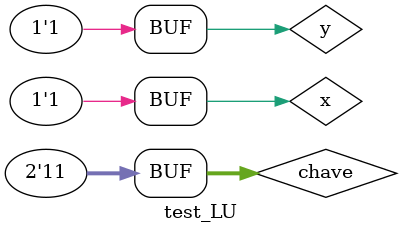
<source format=v>
   module LU (output s, input a, input b, input [1:0] chave);

   wire [3:0] c;
   wire [3:0] d;
   xor XOR1(c[0], a, b);
   xnor XNOR1(c[1], a, b);
   nor NOR1(c[2], a, b);
   or OR1(c[3], a, b);
   and AND1(d[0], c[0], ~chave[0], chave[1]);
   and AND2(d[1], c[1], chave[0], chave[1]);
   and AND3(d[2], c[2], chave[0], ~chave[1]);
   and AND4(d[3], c[3], ~chave[0], ~chave[1]);
   orgate4 OR(s, d );

   endmodule // LU

   module orgate4 ( output s, input [3:0] p);
          wire y, z;
          or OR1 (y, p[0], p[1]);
          or OR2 (z, p[2], p[3]);

          assign s = y | z;
   endmodule // orgate

   module test_LU;
// ------------------------- definir dados
   reg x, y;
   reg [1:0] chave;

   LU modulo (z, x, y, chave);

// ------------------------- parte principal
   initial begin
   $display("Exemplo0033 - Roger Rubens Machado - 430533");
   $display("Test LU's module");
   $display("\n A | B | Key | Resultado");
   $monitor("%1b    %1b    %1b       %2b ",x,y,chave,z);
          x = 1'b0;   y = 1'b0;   chave = 2'b00;
       #1 x = 1'b0;   y = 1'b1;   chave = 2'b00;
       #1 x = 1'b1;   y = 1'b0;   chave = 2'b00;
       #1 x = 1'b1;   y = 1'b1;   chave = 2'b00;
       #1 x = 1'b0;   y = 1'b0;   chave = 2'b01;
       #1 x = 1'b0;   y = 1'b1;   chave = 2'b01;
       #1 x = 1'b1;   y = 1'b0;   chave = 2'b01;
       #1 x = 1'b1;   y = 1'b1;   chave = 2'b01; 
       #1 x = 1'b0;   y = 1'b0;   chave = 2'b10;
       #1 x = 1'b0;   y = 1'b1;   chave = 2'b10;
       #1 x = 1'b1;   y = 1'b0;   chave = 2'b10;
       #1 x = 1'b1;   y = 1'b1;   chave = 2'b10;
       #1 x = 1'b0;   y = 1'b0;   chave = 2'b11;
       #1 x = 1'b0;   y = 1'b1;   chave = 2'b11;
       #1 x = 1'b1;   y = 1'b0;   chave = 2'b11;
       #1 x = 1'b1;   y = 1'b1;   chave = 2'b11;

   end
endmodule // test_f4
</source>
